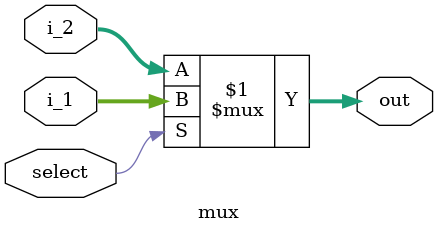
<source format=v>
module mux #(
  parameter DATA_WIDTH = 8,
  parameter DIM = 8
)(
  input select,
  input[DATA_WIDTH*DIM-1:0] i_1, 
  input[DATA_WIDTH*DIM-1:0] i_2, 
  output[DATA_WIDTH*DIM-1:0] out
);
  assign out = select ? i_1 : i_2;  
endmodule

</source>
